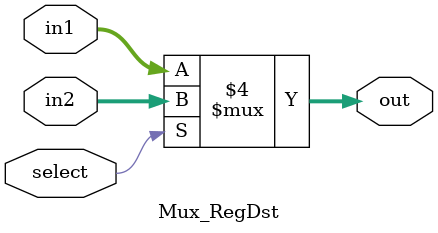
<source format=v>
module Mux_RegDst
(
	output reg [4:0] out,
	input select,
	input [4:0] in1, 
	input [4:0] in2
);

always @ (in1 or in2 or select) begin
	if (select == 1'b0)
		out = in1;
	else	
		out = in2;

	$display("MUX RegDst");
end


endmodule
</source>
